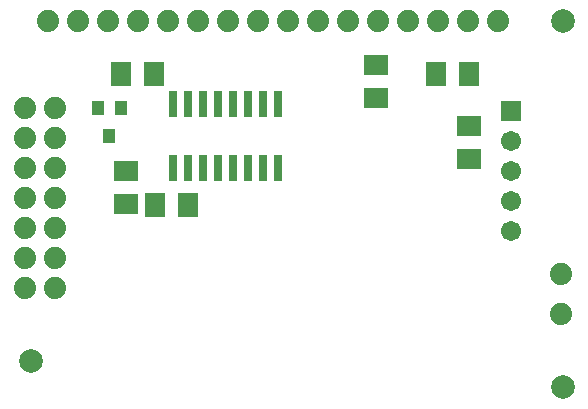
<source format=gbr>
G04 DipTrace 2.4.0.2*
%INlcd_modul_TopMask.gbr*%
%MOIN*%
%ADD22C,0.0787*%
%ADD26R,0.0316X0.0867*%
%ADD28R,0.071X0.0789*%
%ADD30R,0.0415X0.0474*%
%ADD32C,0.074*%
%ADD34C,0.0671*%
%ADD36R,0.0671X0.0671*%
%ADD38R,0.0789X0.071*%
%FSLAX44Y44*%
G04*
G70*
G90*
G75*
G01*
%LNTopMask*%
%LPD*%
D38*
X21501Y13878D3*
Y12776D3*
D36*
X22881Y14378D3*
D34*
Y13378D3*
Y12378D3*
Y11378D3*
Y10378D3*
D22*
X24614Y5173D3*
X6878Y6065D3*
X24614Y17378D3*
D32*
X22448D3*
X21448D3*
X20448D3*
X19448D3*
X18448D3*
X17448D3*
X16448D3*
X15448D3*
X14448D3*
X13448D3*
X12448D3*
X11448D3*
X10448D3*
X9448D3*
X8448D3*
X7448D3*
X7690Y14504D3*
X6690D3*
X7690Y13504D3*
X6690D3*
X7690Y12504D3*
X6690D3*
X7690Y11504D3*
X6690D3*
X7690Y10504D3*
X6690D3*
X7690Y9504D3*
X6690D3*
X7690Y8504D3*
X6690D3*
X24567Y7628D3*
Y8941D3*
D30*
X9876Y14503D3*
X9128D3*
X9502Y13558D3*
D28*
X20376Y15628D3*
X21479D3*
D38*
X18371Y15929D3*
Y14827D3*
D28*
X9876Y15628D3*
X10979D3*
D38*
X10066Y12378D3*
Y11276D3*
D28*
X12126Y11253D3*
X11024D3*
D26*
X15126Y14628D3*
X14626D3*
X14126D3*
X13626D3*
X13126D3*
X12626D3*
X12126D3*
X11626D3*
Y12502D3*
X12126D3*
X12626D3*
X13126D3*
X13626D3*
X14126D3*
X14626D3*
X15126D3*
M02*

</source>
